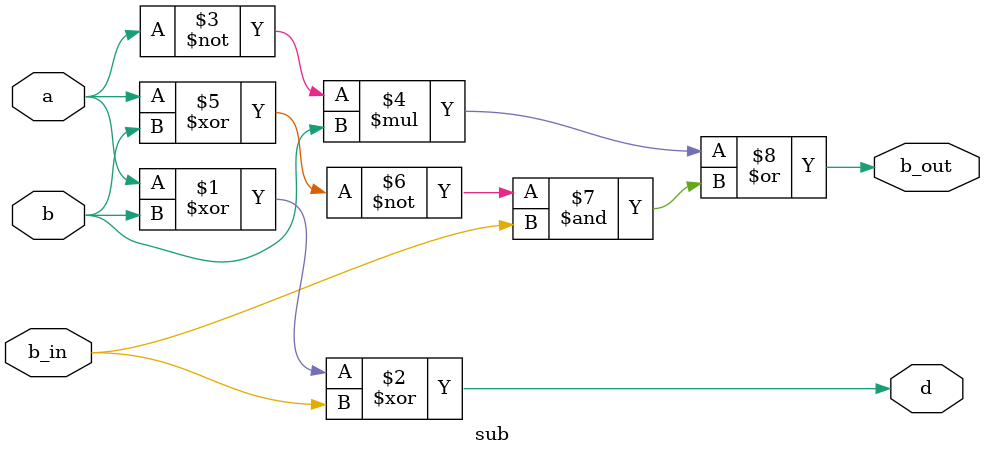
<source format=v>
`timescale 1ns/1ps

module sub(
input a,
input b,
input b_in,
output wire d,
output wire b_out
);

//describe logic
//d = (A XOR B) XOR (b_in)
//b_out = (`(b xor b_in) and a) or (`b and b_in)
// expected output
// a b b_in d b_out
// 0 0 0    0 0
// 0 0 1    1 1
// 0 1 0    1 1
// 0 1 1    0 1
// 1 0 0    1 0
// 1 0 1    0 0
// 1 1 0    0 0
// 1 1 1    1 1
// 
assign d = a ^ b ^ b_in;
assign b_out = (~a * b) | (~(a ^ b) & b_in);

endmodule

</source>
